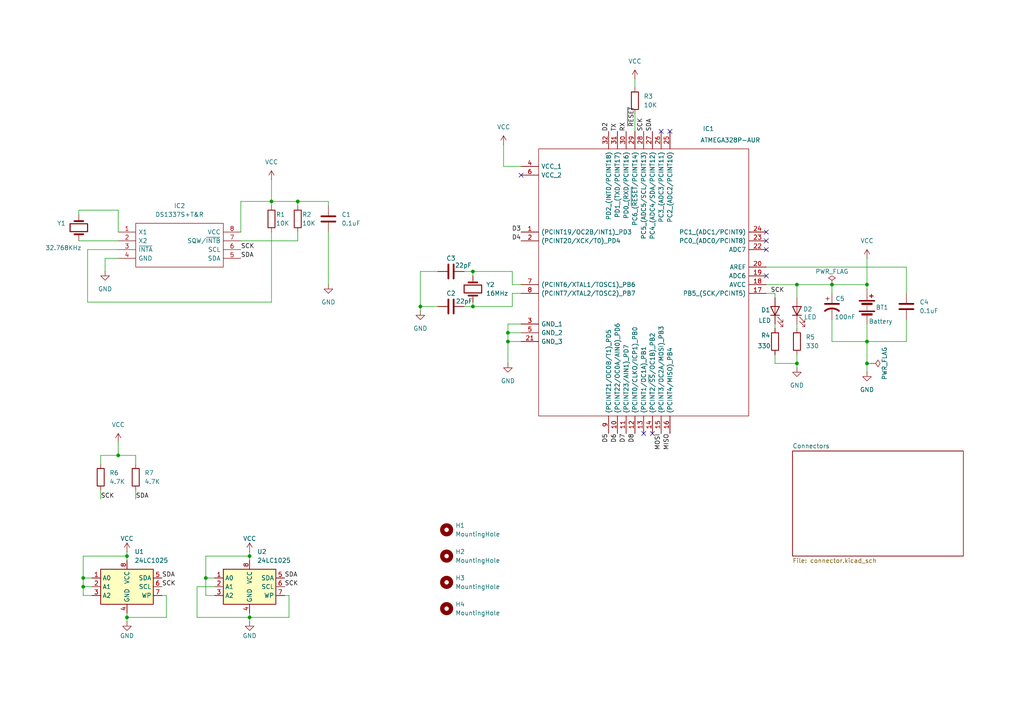
<source format=kicad_sch>
(kicad_sch (version 20231120) (generator "eeschema") (generator_version "8.0")
  (paper "A4")
  (title_block (title "${project_name}") (date "2024-12-20") (rev "1"))
  (lib_symbols
    (symbol "ATMEGA328P-AUR:ATMEGA328P-AUR" (pin_names (offset 0.762))
      (property "Reference" "IC1" (at 76.2 6.3186 0))
      (property "Value" "ATMEGA328P-AUR" (at 76.2 3.7786 0))
      (symbol "ATMEGA328P-AUR_0_0"
        (pin passive line (at 0 0 0) (length 5.08) (name "(PCINT19/OC2B/INT1)_PD3") (number "1"))
        (pin passive line (at 27.94 -58.42 90) (length 5.08) (name "(PCINT22/OC0A/AIN0)_PD6") (number "10"))
        (pin passive line (at 30.48 -58.42 90) (length 5.08) (name "(PCINT23/AIN1)_PD7") (number "11"))
        (pin passive line (at 33.02 -58.42 90) (length 5.08) (name "(PCINT0/CLKO/ICP1)_PB0") (number "12"))
        (pin passive line (at 35.56 -58.42 90) (length 5.08) (name "(PCINT1/OC1A)_PB1") (number "13"))
        (pin passive line (at 38.1 -58.42 90) (length 5.08) (name "(PCINT2/~{SS}/OC1B)_PB2") (number "14"))
        (pin passive line (at 40.64 -58.42 90) (length 5.08) (name "(PCINT3/OC2A/MOSI)_PB3") (number "15"))
        (pin passive line (at 43.18 -58.42 90) (length 5.08) (name "(PCINT4/MISO)_PB4") (number "16"))
        (pin passive line (at 71.12 -17.78 180) (length 5.08) (name "PB5_(SCK/PCINT5)") (number "17"))
        (pin passive line (at 71.12 -15.24 180) (length 5.08) (name "AVCC") (number "18"))
        (pin passive line (at 71.12 -12.7 180) (length 5.08) (name "ADC6") (number "19"))
        (pin passive line (at 0 -2.54 0) (length 5.08) (name "(PCINT20/XCK/T0)_PD4") (number "2"))
        (pin passive line (at 71.12 -10.16 180) (length 5.08) (name "AREF") (number "20"))
        (pin passive line (at 0 -31.75 0) (length 5.08) (name "GND_3") (number "21"))
        (pin passive line (at 71.12 -5.08 180) (length 5.08) (name "ADC7") (number "22"))
        (pin passive line (at 71.12 -2.54 180) (length 5.08) (name "PC0_(ADC0/PCINT8)") (number "23"))
        (pin passive line (at 71.12 0 180) (length 5.08) (name "PC1_(ADC1/PCINT9)") (number "24"))
        (pin passive line (at 43.18 29.21 270) (length 5.08) (name "PC2_(ADC2/PCINT10)") (number "25"))
        (pin passive line (at 40.64 29.21 270) (length 5.08) (name "PC3_(ADC3/PCINT11)") (number "26"))
        (pin passive line (at 38.1 29.21 270) (length 5.08) (name "PC4_(ADC4/SDA/PCINT12)") (number "27"))
        (pin passive line (at 35.56 29.21 270) (length 5.08) (name "PC5_(ADC5/SCL/PCINT13)") (number "28"))
        (pin passive line (at 33.02 29.21 270) (length 5.08) (name "PC6_(~{RESET}/PCINT14)") (number "29"))
        (pin passive line (at 0 -26.67 0) (length 5.08) (name "GND_1") (number "3"))
        (pin passive line (at 30.48 29.21 270) (length 5.08) (name "PD0_(RXD/PCINT16)") (number "30"))
        (pin passive line (at 27.94 29.21 270) (length 5.08) (name "PD1_(TXD/PCINT17)") (number "31"))
        (pin passive line (at 25.4 29.21 270) (length 5.08) (name "PD2_(INT0/PCINT18)") (number "32"))
        (pin passive line (at 0 19.05 0) (length 5.08) (name "VCC_1") (number "4"))
        (pin passive line (at 0 -29.21 0) (length 5.08) (name "GND_2") (number "5"))
        (pin passive line (at 0 16.51 0) (length 5.08) (name "VCC_2") (number "6"))
        (pin passive line (at 0 -15.24 0) (length 5.08) (name "(PCINT6/XTAL1/TOSC1)_PB6") (number "7"))
        (pin passive line (at 0 -17.78 0) (length 5.08) (name "(PCINT7/XTAL2/TOSC2)_PB7") (number "8"))
        (pin passive line (at 25.4 -58.42 90) (length 5.08) (name "(PCINT21/OC0B/T1)_PD5") (number "9"))
      )
      (symbol "ATMEGA328P-AUR_0_1"
        (polyline (pts (xy 5.08 24.13) (xy 66.04 24.13) (xy 66.04 -53.34) (xy 5.08 -53.34) (xy 5.08 24.13)) (stroke (width 0.1524)))
      )
    )
    (symbol "DS1337S+T&R:DS1337S+T&R" (pin_names (offset 0.762))
      (property "Reference" "IC" (at 31.75 7.62 0))
      (property "Value" "DS1337S+T&R" (at 31.75 5.08 0))
      (symbol "DS1337S+T&R_0_0"
        (pin passive line (at 0 0 0) (length 5.08) (name "X1") (number "1"))
        (pin passive line (at 0 -2.54 0) (length 5.08) (name "X2") (number "2"))
        (pin passive line (at 0 -5.08 0) (length 5.08) (name "~{INTA}") (number "3"))
        (pin passive line (at 0 -7.62 0) (length 5.08) (name "GND") (number "4"))
        (pin passive line (at 35.56 -7.62 180) (length 5.08) (name "SDA") (number "5"))
        (pin passive line (at 35.56 -5.08 180) (length 5.08) (name "SCL") (number "6"))
        (pin passive line (at 35.56 -2.54 180) (length 5.08) (name "SQW/~{INTB}") (number "7"))
        (pin passive line (at 35.56 0 180) (length 5.08) (name "VCC") (number "8"))
      )
      (symbol "DS1337S+T&R_0_1"
        (polyline (pts (xy 5.08 2.54) (xy 30.48 2.54) (xy 30.48 -10.16) (xy 5.08 -10.16) (xy 5.08 2.54)) (stroke (width 0.1524)))
      )
    )
    (symbol "Device:Battery" (pin_numbers hide) (pin_names (offset 0) hide)
      (property "Reference" "BT" (at 2.54 2.54 0))
      (property "Value" "Battery" (at 2.54 0 0))
      (symbol "Battery_0_1"
        (rectangle (start -2.286 -1.27) (end 2.286 -1.524) (fill (type outline)))
        (rectangle (start -2.286 1.778) (end 2.286 1.524) (fill (type outline)))
        (rectangle (start -1.524 -2.032) (end 1.524 -2.54) (fill (type outline)))
        (rectangle (start -1.524 1.016) (end 1.524 0.508) (fill (type outline)))
        (polyline (pts (xy 0 -1.016) (xy 0 -0.762)))
        (polyline (pts (xy 0 -0.508) (xy 0 -0.254)))
        (polyline (pts (xy 0 0) (xy 0 0.254)))
        (polyline (pts (xy 0 1.778) (xy 0 2.54)))
        (polyline (pts (xy 0.762 3.048) (xy 1.778 3.048)) (stroke (width 0.254)))
        (polyline (pts (xy 1.27 3.556) (xy 1.27 2.54)) (stroke (width 0.254)))
      )
      (symbol "Battery_1_1"
        (pin passive line (at 0 5.08 270) (length 2.54) (name "+") (number "1"))
        (pin passive line (at 0 -5.08 90) (length 2.54) (name "-") (number "2"))
      )
    )
    (symbol "Device:C" (pin_numbers hide) (pin_names (offset 0.254))
      (property "Reference" "C" (at 0.635 2.54 0))
      (property "Value" "C" (at 0.635 -2.54 0))
      (symbol "C_0_1"
        (polyline (pts (xy -2.032 -0.762) (xy 2.032 -0.762)) (stroke (width 0.508)))
        (polyline (pts (xy -2.032 0.762) (xy 2.032 0.762)) (stroke (width 0.508)))
      )
      (symbol "C_1_1"
        (pin passive line (at 0 3.81 270) (length 2.794) (name "~") (number "1"))
        (pin passive line (at 0 -3.81 90) (length 2.794) (name "~") (number "2"))
      )
    )
    (symbol "Device:C_Polarized_US" (pin_numbers hide) (pin_names (offset 0.254) hide)
      (property "Reference" "C" (at 0.635 2.54 0))
      (property "Value" "C_Polarized_US" (at 0.635 -2.54 0))
      (symbol "C_Polarized_US_0_1"
        (polyline (pts (xy -2.032 0.762) (xy 2.032 0.762)) (stroke (width 0.508)))
        (polyline (pts (xy -1.778 2.286) (xy -0.762 2.286)))
        (polyline (pts (xy -1.27 1.778) (xy -1.27 2.794)))
        (arc (start 2.032 -1.27) (mid 0 -0.5572) (end -2.032 -1.27) (stroke (width 0.508)))
      )
      (symbol "C_Polarized_US_1_1"
        (pin passive line (at 0 3.81 270) (length 2.794) (name "~") (number "1"))
        (pin passive line (at 0 -3.81 90) (length 3.302) (name "~") (number "2"))
      )
    )
    (symbol "Device:Crystal" (pin_numbers hide) (pin_names (offset 1.016) hide)
      (property "Reference" "Y" (at 0 3.81 0))
      (property "Value" "Crystal" (at 0 -3.81 0))
      (symbol "Crystal_0_1"
        (rectangle (start -1.143 2.54) (end 1.143 -2.54) (stroke (width 0.3048)))
        (polyline (pts (xy -2.54 0) (xy -1.905 0)))
        (polyline (pts (xy -1.905 -1.27) (xy -1.905 1.27)) (stroke (width 0.508)))
        (polyline (pts (xy 1.905 -1.27) (xy 1.905 1.27)) (stroke (width 0.508)))
        (polyline (pts (xy 2.54 0) (xy 1.905 0)))
      )
      (symbol "Crystal_1_1"
        (pin passive line (at -3.81 0 0) (length 1.27) (name "1") (number "1"))
        (pin passive line (at 3.81 0 180) (length 1.27) (name "2") (number "2"))
      )
    )
    (symbol "Device:LED" (pin_numbers hide) (pin_names (offset 1.016) hide)
      (property "Reference" "D" (at 0 2.54 0))
      (property "Value" "LED" (at 0 -2.54 0))
      (symbol "LED_0_1"
        (polyline (pts (xy -1.27 -1.27) (xy -1.27 1.27)) (stroke (width 0.254)))
        (polyline (pts (xy -1.27 0) (xy 1.27 0)))
        (polyline (pts (xy 1.27 -1.27) (xy 1.27 1.27) (xy -1.27 0) (xy 1.27 -1.27)) (stroke (width 0.254)))
        (polyline (pts (xy -3.048 -0.762) (xy -4.572 -2.286) (xy -3.81 -2.286) (xy -4.572 -2.286) (xy -4.572 -1.524)))
        (polyline (pts (xy -1.778 -0.762) (xy -3.302 -2.286) (xy -2.54 -2.286) (xy -3.302 -2.286) (xy -3.302 -1.524)))
      )
      (symbol "LED_1_1"
        (pin passive line (at -3.81 0 0) (length 2.54) (name "K") (number "1"))
        (pin passive line (at 3.81 0 180) (length 2.54) (name "A") (number "2"))
      )
    )
    (symbol "Device:R" (pin_numbers hide) (pin_names (offset 0))
      (property "Reference" "R" (at 2.032 0 90))
      (property "Value" "R" (at 0 0 90))
      (symbol "R_0_1"
        (rectangle (start -1.016 -2.54) (end 1.016 2.54) (stroke (width 0.254)))
      )
      (symbol "R_1_1"
        (pin passive line (at 0 3.81 270) (length 1.27) (name "~") (number "1"))
        (pin passive line (at 0 -3.81 90) (length 1.27) (name "~") (number "2"))
      )
    )
    (symbol "Mechanical:MountingHole" (pin_names (offset 1.016)) (exclude_from_sim yes) (in_bom no)
      (property "Reference" "H" (at 0 5.08 0))
      (property "Value" "MountingHole" (at 0 3.175 0))
      (symbol "MountingHole_0_1"
        (circle (center 0 0) (radius 1.27) (stroke (width 1.27)))
      )
    )
    (symbol "Memory_EEPROM:24LC1025"
      (property "Reference" "U" (at -6.35 6.35 0))
      (property "Value" "24LC1025" (at 1.27 6.35 0))
      (symbol "24LC1025_1_1"
        (rectangle (start -7.62 5.08) (end 7.62 -5.08) (stroke (width 0.254)) (fill (type background)))
        (pin input line (at -10.16 2.54 0) (length 2.54) (name "A0") (number "1"))
        (pin input line (at -10.16 0 0) (length 2.54) (name "A1") (number "2"))
        (pin input line (at -10.16 -2.54 0) (length 2.54) (name "A2") (number "3"))
        (pin power_in line (at 0 -7.62 90) (length 2.54) (name "GND") (number "4"))
        (pin bidirectional line (at 10.16 2.54 180) (length 2.54) (name "SDA") (number "5"))
        (pin input line (at 10.16 0 180) (length 2.54) (name "SCL") (number "6"))
        (pin input line (at 10.16 -2.54 180) (length 2.54) (name "WP") (number "7"))
        (pin power_in line (at 0 7.62 270) (length 2.54) (name "VCC") (number "8"))
      )
    )
    (symbol "power:GND" (power) (pin_numbers hide) (pin_names (offset 0) hide)
      (property "Value" "GND" (at 0 -3.81 0))
      (symbol "GND_0_1"
        (polyline (pts (xy 0 0) (xy 0 -1.27) (xy 1.27 -1.27) (xy 0 -2.54) (xy -1.27 -1.27) (xy 0 -1.27)))
      )
      (symbol "GND_1_1"
        (pin power_in line (at 0 0 270) (length 0) (name "~") (number "1"))
      )
    )
    (symbol "power:PWR_FLAG" (power) (pin_numbers hide) (pin_names (offset 0) hide)
      (property "Value" "PWR_FLAG" (at 0 3.81 0))
      (symbol "PWR_FLAG_0_0"
        (pin power_out line (at 0 0 90) (length 0) (name "~") (number "1"))
      )
      (symbol "PWR_FLAG_0_1"
        (polyline (pts (xy 0 0) (xy 0 1.27) (xy -1.016 1.905) (xy 0 2.54) (xy 1.016 1.905) (xy 0 1.27)))
      )
    )
    (symbol "power:VCC" (power) (pin_numbers hide) (pin_names (offset 0) hide)
      (property "Value" "VCC" (at 0 3.556 0))
      (symbol "VCC_0_1"
        (polyline (pts (xy -0.762 1.27) (xy 0 2.54)))
        (polyline (pts (xy 0 0) (xy 0 2.54)))
        (polyline (pts (xy 0 2.54) (xy 0.762 1.27)))
      )
      (symbol "VCC_1_1"
        (pin power_in line (at 0 0 90) (length 0) (name "~") (number "1"))
      )
    )
  )
  (junction (at 72.39 179.07))
  (junction (at 72.39 161.29))
  (junction (at 36.83 161.29))
  (junction (at 24.13 167.64))
  (junction (at 24.13 170.18))
  (junction (at 241.3 82.55))
  (junction (at 86.36 58.42))
  (junction (at 251.46 99.06))
  (junction (at 78.74 58.42))
  (junction (at 231.14 105.41))
  (junction (at 147.32 96.52))
  (junction (at 251.46 82.55))
  (junction (at 34.29 132.08))
  (junction (at 121.92 88.9))
  (junction (at 137.16 78.74))
  (junction (at 147.32 99.06))
  (junction (at 36.83 179.07))
  (junction (at 231.14 82.55))
  (junction (at 251.46 105.41))
  (junction (at 137.16 88.9))
  (junction (at 59.69 167.64))
  (no_connect (at 151.13 50.8))
  (no_connect (at 191.77 38.1))
  (no_connect (at 189.23 125.73))
  (no_connect (at 186.69 125.73))
  (no_connect (at 222.25 72.39))
  (no_connect (at 222.25 80.01))
  (no_connect (at 222.25 69.85))
  (no_connect (at 222.25 67.31))
  (no_connect (at 194.31 38.1))
  (wire (pts (xy 39.37 132.08) (xy 39.37 134.62)))
  (wire (pts (xy 29.21 132.08) (xy 34.29 132.08)))
  (wire (pts (xy 59.69 167.64) (xy 62.23 167.64)))
  (wire (pts (xy 147.32 96.52) (xy 147.32 99.06)))
  (wire (pts (xy 78.74 52.07) (xy 78.74 58.42)))
  (wire (pts (xy 36.83 160.02) (xy 36.83 161.29)))
  (wire (pts (xy 36.83 179.07) (xy 36.83 180.34)))
  (wire (pts (xy 148.59 85.09) (xy 148.59 88.9)))
  (wire (pts (xy 241.3 99.06) (xy 251.46 99.06)))
  (wire (pts (xy 222.25 85.09) (xy 224.79 85.09)))
  (wire (pts (xy 231.14 93.98) (xy 231.14 95.25)))
  (wire (pts (xy 72.39 160.02) (xy 72.39 161.29)))
  (wire (pts (xy 25.4 87.63) (xy 78.74 87.63)))
  (wire (pts (xy 146.05 48.26) (xy 146.05 41.91)))
  (wire (pts (xy 147.32 96.52) (xy 151.13 96.52)))
  (wire (pts (xy 224.79 105.41) (xy 231.14 105.41)))
  (wire (pts (xy 24.13 170.18) (xy 26.67 170.18)))
  (wire (pts (xy 224.79 102.87) (xy 224.79 105.41)))
  (wire (pts (xy 86.36 69.85) (xy 86.36 67.31)))
  (wire (pts (xy 251.46 74.93) (xy 251.46 82.55)))
  (wire (pts (xy 127 78.74) (xy 121.92 78.74)))
  (wire (pts (xy 222.25 82.55) (xy 231.14 82.55)))
  (wire (pts (xy 34.29 74.93) (xy 30.48 74.93)))
  (wire (pts (xy 251.46 83.82) (xy 251.46 82.55)))
  (wire (pts (xy 151.13 48.26) (xy 146.05 48.26)))
  (wire (pts (xy 72.39 161.29) (xy 72.39 162.56)))
  (wire (pts (xy 72.39 161.29) (xy 59.69 161.29)))
  (wire (pts (xy 48.26 172.72) (xy 48.26 179.07)))
  (wire (pts (xy 148.59 78.74) (xy 148.59 82.55)))
  (wire (pts (xy 137.16 78.74) (xy 148.59 78.74)))
  (wire (pts (xy 34.29 128.27) (xy 34.29 132.08)))
  (wire (pts (xy 224.79 93.98) (xy 224.79 95.25)))
  (wire (pts (xy 59.69 161.29) (xy 59.69 167.64)))
  (wire (pts (xy 22.86 69.85) (xy 34.29 69.85)))
  (wire (pts (xy 69.85 58.42) (xy 78.74 58.42)))
  (wire (pts (xy 147.32 93.98) (xy 147.32 96.52)))
  (wire (pts (xy 72.39 179.07) (xy 72.39 180.34)))
  (wire (pts (xy 95.25 67.31) (xy 95.25 82.55)))
  (wire (pts (xy 134.62 88.9) (xy 137.16 88.9)))
  (wire (pts (xy 34.29 132.08) (xy 39.37 132.08)))
  (wire (pts (xy 241.3 92.71) (xy 241.3 99.06)))
  (wire (pts (xy 231.14 82.55) (xy 241.3 82.55)))
  (wire (pts (xy 78.74 58.42) (xy 78.74 59.69)))
  (wire (pts (xy 121.92 78.74) (xy 121.92 88.9)))
  (wire (pts (xy 30.48 74.93) (xy 30.48 78.74)))
  (wire (pts (xy 57.15 170.18) (xy 57.15 179.07)))
  (wire (pts (xy 57.15 179.07) (xy 72.39 179.07)))
  (wire (pts (xy 39.37 142.24) (xy 39.37 144.78)))
  (wire (pts (xy 251.46 105.41) (xy 251.46 107.95)))
  (wire (pts (xy 24.13 167.64) (xy 24.13 170.18)))
  (wire (pts (xy 251.46 93.98) (xy 251.46 99.06)))
  (wire (pts (xy 36.83 161.29) (xy 36.83 162.56)))
  (wire (pts (xy 24.13 161.29) (xy 24.13 167.64)))
  (wire (pts (xy 24.13 167.64) (xy 26.67 167.64)))
  (wire (pts (xy 151.13 93.98) (xy 147.32 93.98)))
  (wire (pts (xy 95.25 58.42) (xy 95.25 59.69)))
  (wire (pts (xy 86.36 58.42) (xy 95.25 58.42)))
  (wire (pts (xy 59.69 172.72) (xy 62.23 172.72)))
  (wire (pts (xy 262.89 77.47) (xy 262.89 85.09)))
  (wire (pts (xy 72.39 177.8) (xy 72.39 179.07)))
  (wire (pts (xy 62.23 170.18) (xy 57.15 170.18)))
  (wire (pts (xy 78.74 58.42) (xy 86.36 58.42)))
  (wire (pts (xy 231.14 82.55) (xy 231.14 86.36)))
  (wire (pts (xy 241.3 82.55) (xy 241.3 85.09)))
  (wire (pts (xy 29.21 142.24) (xy 29.21 144.78)))
  (wire (pts (xy 59.69 167.64) (xy 59.69 172.72)))
  (wire (pts (xy 148.59 88.9) (xy 137.16 88.9)))
  (wire (pts (xy 224.79 85.09) (xy 224.79 86.36)))
  (wire (pts (xy 148.59 82.55) (xy 151.13 82.55)))
  (wire (pts (xy 121.92 88.9) (xy 121.92 90.17)))
  (wire (pts (xy 251.46 105.41) (xy 252.73 105.41)))
  (wire (pts (xy 127 88.9) (xy 121.92 88.9)))
  (wire (pts (xy 231.14 105.41) (xy 231.14 106.68)))
  (wire (pts (xy 83.82 172.72) (xy 83.82 179.07)))
  (wire (pts (xy 34.29 72.39) (xy 25.4 72.39)))
  (wire (pts (xy 22.86 62.23) (xy 22.86 60.96)))
  (wire (pts (xy 86.36 58.42) (xy 86.36 59.69)))
  (wire (pts (xy 134.62 78.74) (xy 137.16 78.74)))
  (wire (pts (xy 147.32 99.06) (xy 151.13 99.06)))
  (wire (pts (xy 36.83 177.8) (xy 36.83 179.07)))
  (wire (pts (xy 24.13 172.72) (xy 26.67 172.72)))
  (wire (pts (xy 82.55 172.72) (xy 83.82 172.72)))
  (wire (pts (xy 137.16 88.9) (xy 137.16 87.63)))
  (wire (pts (xy 251.46 99.06) (xy 251.46 105.41)))
  (wire (pts (xy 231.14 102.87) (xy 231.14 105.41)))
  (wire (pts (xy 222.25 77.47) (xy 262.89 77.47)))
  (wire (pts (xy 241.3 82.55) (xy 251.46 82.55)))
  (wire (pts (xy 184.15 22.86) (xy 184.15 25.4)))
  (wire (pts (xy 34.29 60.96) (xy 34.29 67.31)))
  (wire (pts (xy 36.83 161.29) (xy 24.13 161.29)))
  (wire (pts (xy 46.99 172.72) (xy 48.26 172.72)))
  (wire (pts (xy 147.32 99.06) (xy 147.32 105.41)))
  (wire (pts (xy 262.89 92.71) (xy 262.89 99.06)))
  (wire (pts (xy 78.74 87.63) (xy 78.74 67.31)))
  (wire (pts (xy 48.26 179.07) (xy 36.83 179.07)))
  (wire (pts (xy 69.85 69.85) (xy 86.36 69.85)))
  (wire (pts (xy 83.82 179.07) (xy 72.39 179.07)))
  (wire (pts (xy 184.15 33.02) (xy 184.15 38.1)))
  (wire (pts (xy 24.13 170.18) (xy 24.13 172.72)))
  (wire (pts (xy 262.89 99.06) (xy 251.46 99.06)))
  (wire (pts (xy 151.13 85.09) (xy 148.59 85.09)))
  (wire (pts (xy 69.85 58.42) (xy 69.85 67.31)))
  (wire (pts (xy 29.21 134.62) (xy 29.21 132.08)))
  (wire (pts (xy 137.16 80.01) (xy 137.16 78.74)))
  (wire (pts (xy 25.4 72.39) (xy 25.4 87.63)))
  (wire (pts (xy 22.86 60.96) (xy 34.29 60.96)))
  (label "D5" (at 176.53 125.73 270))
  (label "SCK" (at 82.55 170.18 0))
  (label "D3" (at 151.13 67.31 180))
  (label "D4" (at 151.13 69.85 180))
  (label "RX" (at 181.61 38.1 90))
  (label "SCK" (at 29.21 144.78 0))
  (label "MOSI" (at 191.77 125.73 270))
  (label "D8" (at 184.15 125.73 270))
  (label "MISO" (at 194.31 125.73 270))
  (label "SDA" (at 82.55 167.64 0))
  (label "SCK" (at 69.85 72.39 0))
  (label "SCK" (at 223.52 85.09 0))
  (label "SDA" (at 69.85 74.93 0))
  (label "D7" (at 181.61 125.73 270))
  (label "SCK" (at 186.69 38.1 90))
  (label "SDA" (at 189.23 38.1 90))
  (label "~{RESET}" (at 184.15 36.83 90))
  (label "SDA" (at 39.37 144.78 0))
  (label "TX" (at 179.07 38.1 90))
  (label "SCK" (at 46.99 170.18 0))
  (label "D2" (at 176.53 38.1 90))
  (label "SDA" (at 46.99 167.64 0))
  (label "D6" (at 179.07 125.73 270))
  (symbol (lib_id "power:VCC") (at 34.29 128.27 0) (unit 1)
    (property "Reference" "#PWR04" (effects (hide yes)))
    (property "Value" "VCC" (at 34.29 123.19 0))
    (property "Description" "Power symbol creates a global label with name \"VCC\"" (effects (hide yes)))
  )
  (symbol (lib_id "Device:R") (at 224.79 99.06 180) (unit 1)
    (property "Reference" "R4" (at 220.726 97.282 0) (effects (justify right)))
    (property "Value" "330" (at 219.71 100.33 0) (effects (justify right)))
    (property "Footprint" "Resistor_SMD:R_0805_2012Metric" (effects (hide yes)))
    (property "Description" "Resistor" (effects (hide yes)))
  )
  (symbol (lib_id "power:PWR_FLAG") (at 252.73 105.41 270) (unit 1)
    (property "Reference" "#FLG02" (effects (hide yes)))
    (property "Value" "PWR_FLAG" (at 256.54 105.41 0))
    (property "Description" "Special symbol for telling ERC where power comes from" (effects (hide yes)))
  )
  (symbol (lib_id "Device:C") (at 130.81 88.9 270) (unit 1)
    (property "Reference" "C2" (at 130.81 85.09 90))
    (property "Value" "22pF" (at 134.62 87.376 90))
    (property "Description" "Unpolarized capacitor" (effects (hide yes)))
  )
  (symbol (lib_id "Device:C") (at 95.25 63.5 0) (unit 1)
    (property "Reference" "C1" (at 99.06 62.2299 0) (effects (justify left)))
    (property "Value" "0.1uF" (at 99.06 64.7699 0) (effects (justify left)))
    (property "Description" "Unpolarized capacitor" (effects (hide yes)))
  )
  (symbol (lib_id "Device:R") (at 184.15 29.21 180) (unit 1)
    (property "Reference" "R3" (at 186.69 27.9399 0) (effects (justify right)))
    (property "Value" "10K" (at 186.69 30.4799 0) (effects (justify right)))
    (property "Footprint" "Resistor_SMD:R_0805_2012Metric" (effects (hide yes)))
    (property "Description" "Resistor" (effects (hide yes)))
  )
  (symbol (lib_id "Mechanical:MountingHole") (at 129.54 161.29 0) (unit 1) (exclude_from_sim yes) (in_bom no)
    (property "Reference" "H2" (at 132.08 160.0199 0) (effects (justify left)))
    (property "Value" "MountingHole" (at 132.08 162.5599 0) (effects (justify left)))
    (property "Description" "Mounting Hole without connection" (effects (hide yes)))
  )
  (symbol (lib_id "Device:Crystal") (at 22.86 66.04 270) (mirror x) (unit 1)
    (property "Reference" "Y1" (at 19.05 64.7699 90) (effects (justify right)))
    (property "Value" "32.768KHz" (at 23.622 71.882 90) (effects (justify right)))
    (property "Description" "Two pin crystal" (effects (hide yes)))
  )
  (symbol (lib_id "Mechanical:MountingHole") (at 129.54 176.53 0) (unit 1) (exclude_from_sim yes) (in_bom no)
    (property "Reference" "H4" (at 132.08 175.2599 0) (effects (justify left)))
    (property "Value" "MountingHole" (at 132.08 177.7999 0) (effects (justify left)))
    (property "Description" "Mounting Hole without connection" (effects (hide yes)))
  )
  (symbol (lib_id "Memory_EEPROM:24LC1025") (at 36.83 170.18 0) (unit 1)
    (property "Reference" "U1" (at 39.0241 160.02 0) (effects (justify left)))
    (property "Value" "24LC1025" (at 39.0241 162.56 0) (effects (justify left)))
    (property "Footprint" "Package_SO:SOIC-8_5.23x5.23mm_P1.27mm" (effects (hide yes)))
    (property "Datasheet" "http://ww1.microchip.com/downloads/en/DeviceDoc/21941B.pdf" (effects (hide yes)))
    (property "Description" "I2C Serial EEPROM, 1024Kb, DIP-8/SOIC-8/TSSOP-8/DFN-8" (effects (hide yes)))
  )
  (symbol (lib_id "Device:R") (at 29.21 138.43 0) (unit 1)
    (property "Reference" "R6" (at 31.75 137.1599 0) (effects (justify left)))
    (property "Value" "4.7K" (at 31.75 139.6999 0) (effects (justify left)))
    (property "Footprint" "Resistor_SMD:R_0805_2012Metric" (effects (hide yes)))
    (property "Description" "Resistor" (effects (hide yes)))
  )
  (symbol (lib_id "power:GND") (at 147.32 105.41 0) (unit 1)
    (property "Reference" "#PWR09" (effects (hide yes)))
    (property "Value" "GND" (at 147.32 110.49 0))
    (property "Description" "Power symbol creates a global label with name \"GND\" , ground" (effects (hide yes)))
  )
  (symbol (lib_id "DS1337S+T&R:DS1337S+T&R") (at 34.29 67.31 0) (unit 1)
    (property "Reference" "IC2" (at 52.07 59.69 0))
    (property "Value" "DS1337S+T&R" (at 52.07 62.23 0))
    (property "Footprint" "library:SOIC127P600X175-8N" (effects (hide yes)))
    (property "Datasheet" "https://datasheets.maximintegrated.com/en/ds/DS1337-DS1337C.pdf" (effects (hide yes)))
    (property "Description_1" "Maxim DS1337S+T&R Real Time Clock  Calendar 8-Pin SOIC" (effects (hide yes)))
    (property "Height" "1.75" (effects (hide yes)))
    (property "Manufacturer_Name" "Analog Devices" (effects (hide yes)))
    (property "Manufacturer_Part_Number" "DS1337S+T&R" (effects (hide yes)))
    (property "Mouser Part Number" "700-DS1337ST&R" (effects (hide yes)))
    (property "Mouser Price/Stock" "https://www.mouser.co.uk/ProductDetail/Analog-Devices-Maxim-Integrated/DS1337S%2bTR?qs=1eQvB6Dk1viQeRFVAxye3A%3D%3D" (effects (hide yes)))
    (property "Arrow Part Number" "DS1337S+T&R" (effects (hide yes)))
    (property "Arrow Price/Stock" "https://www.arrow.com/en/products/ds1337str/analog-devices?region=nac" (effects (hide yes)))
  )
  (symbol (lib_id "Device:C_Polarized_US") (at 241.3 88.9 0) (unit 1)
    (property "Reference" "C5" (at 242.316 86.614 0) (effects (justify left)))
    (property "Value" "100nF" (at 242.062 91.948 0) (effects (justify left)))
    (property "Description" "Polarized capacitor, US symbol" (effects (hide yes)))
  )
  (symbol (lib_id "power:GND") (at 72.39 180.34 0) (unit 1)
    (property "Reference" "#PWR08" (effects (hide yes)))
    (property "Value" "GND" (at 72.39 184.404 0))
    (property "Description" "Power symbol creates a global label with name \"GND\" , ground" (effects (hide yes)))
  )
  (symbol (lib_id "Device:R") (at 231.14 99.06 180) (unit 1)
    (property "Reference" "R5" (at 233.68 97.7899 0) (effects (justify right)))
    (property "Value" "330" (at 233.68 100.3299 0) (effects (justify right)))
    (property "Footprint" "Resistor_SMD:R_0805_2012Metric" (effects (hide yes)))
    (property "Description" "Resistor" (effects (hide yes)))
  )
  (symbol (lib_id "Device:C") (at 262.89 88.9 180) (unit 1)
    (property "Reference" "C4" (at 266.7 87.6299 0) (effects (justify right)))
    (property "Value" "0.1uF" (at 266.7 90.1699 0) (effects (justify right)))
    (property "Description" "Unpolarized capacitor" (effects (hide yes)))
  )
  (symbol (lib_id "power:VCC") (at 78.74 52.07 0) (unit 1)
    (property "Reference" "#PWR01" (effects (hide yes)))
    (property "Value" "VCC" (at 78.74 46.99 0))
    (property "Description" "Power symbol creates a global label with name \"VCC\"" (effects (hide yes)))
  )
  (symbol (lib_id "Device:Battery") (at 251.46 88.9 0) (unit 1)
    (property "Reference" "BT1" (at 254 89.154 0) (effects (justify left)))
    (property "Value" "Battery" (at 251.968 93.218 0) (effects (justify left)))
    (property "Description" "Multiple-cell battery" (effects (hide yes)))
  )
  (symbol (lib_id "power:PWR_FLAG") (at 241.3 82.55 0) (unit 1)
    (property "Reference" "#FLG01" (effects (hide yes)))
    (property "Value" "PWR_FLAG" (at 241.3 78.74 0))
    (property "Description" "Special symbol for telling ERC where power comes from" (effects (hide yes)))
  )
  (symbol (lib_id "Device:Crystal") (at 137.16 83.82 270) (unit 1)
    (property "Reference" "Y2" (at 140.97 82.5499 90) (effects (justify left)))
    (property "Value" "16MHz" (at 140.97 85.0899 90) (effects (justify left)))
    (property "Description" "Two pin crystal" (effects (hide yes)))
  )
  (symbol (lib_id "power:GND") (at 36.83 180.34 0) (unit 1)
    (property "Reference" "#PWR07" (effects (hide yes)))
    (property "Value" "GND" (at 36.83 184.404 0))
    (property "Description" "Power symbol creates a global label with name \"GND\" , ground" (effects (hide yes)))
  )
  (symbol (lib_id "Device:R") (at 78.74 63.5 0) (unit 1)
    (property "Reference" "R1" (at 80.01 62.23 0) (effects (justify left)))
    (property "Value" "10K" (at 80.01 64.77 0) (effects (justify left)))
    (property "Footprint" "Resistor_SMD:R_0805_2012Metric" (effects (hide yes)))
    (property "Description" "Resistor" (effects (hide yes)))
  )
  (symbol (lib_id "power:VCC") (at 72.39 160.02 0) (unit 1)
    (property "Reference" "#PWR05" (effects (hide yes)))
    (property "Value" "VCC" (at 72.39 156.21 0))
    (property "Description" "Power symbol creates a global label with name \"VCC\"" (effects (hide yes)))
  )
  (symbol (lib_id "power:GND") (at 231.14 106.68 0) (unit 1)
    (property "Reference" "#PWR010" (effects (hide yes)))
    (property "Value" "GND" (at 231.14 111.76 0))
    (property "Description" "Power symbol creates a global label with name \"GND\" , ground" (effects (hide yes)))
  )
  (symbol (lib_id "Device:LED") (at 231.14 90.17 90) (unit 1)
    (property "Reference" "D2" (at 232.918 89.662 90) (effects (justify right)))
    (property "Value" "LED" (at 233.172 91.948 90) (effects (justify right)))
    (property "Description" "Light emitting diode" (effects (hide yes)))
  )
  (symbol (lib_id "power:VCC") (at 184.15 22.86 0) (unit 1)
    (property "Reference" "#PWR012" (effects (hide yes)))
    (property "Value" "VCC" (at 184.15 17.78 0))
    (property "Description" "Power symbol creates a global label with name \"VCC\"" (effects (hide yes)))
  )
  (symbol (lib_id "ATMEGA328P-AUR:ATMEGA328P-AUR") (at 151.13 67.31 0) (unit 1)
    (property "Reference" "IC1" (at 205.486 37.338 0))
    (property "Value" "ATMEGA328P-AUR" (at 211.836 40.64 0))
    (property "Footprint" "library:QFP80P900X900X120-32N" (effects (hide yes)))
    (property "Datasheet" "http://www.farnell.com/datasheets/1693866.pdf" (effects (hide yes)))
    (property "Description_1" "8-bit Microcontrollers - MCU AVR 32K FLSH 2K SRAM 1KB EE-20MHz IND" (effects (hide yes)))
    (property "Height" "1.2" (effects (hide yes)))
    (property "Manufacturer_Name" "Microchip" (effects (hide yes)))
    (property "Manufacturer_Part_Number" "ATMEGA328P-AUR" (effects (hide yes)))
    (property "Mouser Part Number" "556-ATMEGA328P-AUR" (effects (hide yes)))
    (property "Mouser Price/Stock" "https://www.mouser.co.uk/ProductDetail/Microchip-Technology/ATMEGA328P-AUR?qs=6Dg1WZIWLC4z32PdFaWSBQ%3D%3D" (effects (hide yes)))
    (property "Arrow Part Number" "ATMEGA328P-AUR" (effects (hide yes)))
    (property "Arrow Price/Stock" "https://www.arrow.com/en/products/atmega328p-aur/microchip-technology?utm_currency=USD&region=nac" (effects (hide yes)))
  )
  (symbol (lib_id "Mechanical:MountingHole") (at 129.54 168.91 0) (unit 1) (exclude_from_sim yes) (in_bom no)
    (property "Reference" "H3" (at 132.08 167.6399 0) (effects (justify left)))
    (property "Value" "MountingHole" (at 132.08 170.1799 0) (effects (justify left)))
    (property "Description" "Mounting Hole without connection" (effects (hide yes)))
  )
  (symbol (lib_id "power:VCC") (at 146.05 41.91 0) (unit 1)
    (property "Reference" "#PWR014" (effects (hide yes)))
    (property "Value" "VCC" (at 146.05 36.83 0))
    (property "Description" "Power symbol creates a global label with name \"VCC\"" (effects (hide yes)))
  )
  (symbol (lib_id "Mechanical:MountingHole") (at 129.54 153.67 0) (unit 1) (exclude_from_sim yes) (in_bom no)
    (property "Reference" "H1" (at 132.08 152.3999 0) (effects (justify left)))
    (property "Value" "MountingHole" (at 132.08 154.9399 0) (effects (justify left)))
    (property "Description" "Mounting Hole without connection" (effects (hide yes)))
  )
  (symbol (lib_id "power:GND") (at 95.25 82.55 0) (unit 1)
    (property "Reference" "#PWR03" (effects (hide yes)))
    (property "Value" "GND" (at 95.25 87.63 0))
    (property "Description" "Power symbol creates a global label with name \"GND\" , ground" (effects (hide yes)))
  )
  (symbol (lib_id "Device:C") (at 130.81 78.74 90) (unit 1)
    (property "Reference" "C3" (at 130.81 74.93 90))
    (property "Value" "22pF" (at 134.366 76.962 90))
    (property "Description" "Unpolarized capacitor" (effects (hide yes)))
  )
  (symbol (lib_id "Memory_EEPROM:24LC1025") (at 72.39 170.18 0) (unit 1)
    (property "Reference" "U2" (at 74.5841 160.02 0) (effects (justify left)))
    (property "Value" "24LC1025" (at 74.5841 162.56 0) (effects (justify left)))
    (property "Footprint" "Package_SO:SOIC-8_5.23x5.23mm_P1.27mm" (effects (hide yes)))
    (property "Datasheet" "http://ww1.microchip.com/downloads/en/DeviceDoc/21941B.pdf" (effects (hide yes)))
    (property "Description" "I2C Serial EEPROM, 1024Kb, DIP-8/SOIC-8/TSSOP-8/DFN-8" (effects (hide yes)))
  )
  (symbol (lib_id "Device:R") (at 39.37 138.43 0) (unit 1)
    (property "Reference" "R7" (at 41.91 137.1599 0) (effects (justify left)))
    (property "Value" "4.7K" (at 41.91 139.6999 0) (effects (justify left)))
    (property "Footprint" "Resistor_SMD:R_0805_2012Metric" (effects (hide yes)))
    (property "Description" "Resistor" (effects (hide yes)))
  )
  (symbol (lib_id "power:GND") (at 121.92 90.17 0) (unit 1)
    (property "Reference" "#PWR013" (effects (hide yes)))
    (property "Value" "GND" (at 121.92 95.25 0))
    (property "Description" "Power symbol creates a global label with name \"GND\" , ground" (effects (hide yes)))
  )
  (symbol (lib_id "power:GND") (at 251.46 107.95 0) (unit 1)
    (property "Reference" "#PWR011" (effects (hide yes)))
    (property "Value" "GND" (at 251.46 113.03 0))
    (property "Description" "Power symbol creates a global label with name \"GND\" , ground" (effects (hide yes)))
  )
  (symbol (lib_id "power:VCC") (at 251.46 74.93 0) (unit 1)
    (property "Reference" "#PWR015" (effects (hide yes)))
    (property "Value" "VCC" (at 251.46 69.85 0))
    (property "Description" "Power symbol creates a global label with name \"VCC\"" (effects (hide yes)))
  )
  (symbol (lib_id "power:VCC") (at 36.83 160.02 0) (unit 1)
    (property "Reference" "#PWR06" (effects (hide yes)))
    (property "Value" "VCC" (at 36.83 156.21 0))
    (property "Description" "Power symbol creates a global label with name \"VCC\"" (effects (hide yes)))
  )
  (symbol (lib_id "Device:LED") (at 224.79 90.17 90) (unit 1)
    (property "Reference" "D1" (at 220.726 89.916 90) (effects (justify right)))
    (property "Value" "LED" (at 219.964 92.964 90) (effects (justify right)))
    (property "Description" "Light emitting diode" (effects (hide yes)))
  )
  (symbol (lib_id "power:GND") (at 30.48 78.74 0) (unit 1)
    (property "Reference" "#PWR02" (effects (hide yes)))
    (property "Value" "GND" (at 30.48 83.82 0))
    (property "Description" "Power symbol creates a global label with name \"GND\" , ground" (effects (hide yes)))
  )
  (symbol (lib_id "Device:R") (at 86.36 63.5 0) (unit 1)
    (property "Reference" "R2" (at 87.63 62.23 0) (effects (justify left)))
    (property "Value" "10K" (at 87.63 64.77 0) (effects (justify left)))
    (property "Footprint" "Resistor_SMD:R_0805_2012Metric" (effects (hide yes)))
    (property "Description" "Resistor" (effects (hide yes)))
  )
  (sheet (at 229.87 130.81) (size 49.53 30.48) (stroke (width 0.1524))
    (property "Sheetname" "Connectors" (at 229.87 130.0984 0) (effects (justify left bottom)))
    (property "Sheetfile" "connector.kicad_sch" (at 229.87 161.8746 0) (effects (justify left top)))
  )
)
</source>
